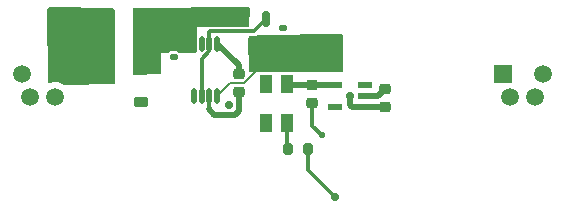
<source format=gbr>
%TF.GenerationSoftware,KiCad,Pcbnew,8.0.4*%
%TF.CreationDate,2025-04-09T21:22:43-04:00*%
%TF.ProjectId,accessory_peripheral,61636365-7373-46f7-9279-5f7065726970,rev?*%
%TF.SameCoordinates,Original*%
%TF.FileFunction,Copper,L1,Top*%
%TF.FilePolarity,Positive*%
%FSLAX46Y46*%
G04 Gerber Fmt 4.6, Leading zero omitted, Abs format (unit mm)*
G04 Created by KiCad (PCBNEW 8.0.4) date 2025-04-09 21:22:43*
%MOMM*%
%LPD*%
G01*
G04 APERTURE LIST*
G04 Aperture macros list*
%AMRoundRect*
0 Rectangle with rounded corners*
0 $1 Rounding radius*
0 $2 $3 $4 $5 $6 $7 $8 $9 X,Y pos of 4 corners*
0 Add a 4 corners polygon primitive as box body*
4,1,4,$2,$3,$4,$5,$6,$7,$8,$9,$2,$3,0*
0 Add four circle primitives for the rounded corners*
1,1,$1+$1,$2,$3*
1,1,$1+$1,$4,$5*
1,1,$1+$1,$6,$7*
1,1,$1+$1,$8,$9*
0 Add four rect primitives between the rounded corners*
20,1,$1+$1,$2,$3,$4,$5,0*
20,1,$1+$1,$4,$5,$6,$7,0*
20,1,$1+$1,$6,$7,$8,$9,0*
20,1,$1+$1,$8,$9,$2,$3,0*%
G04 Aperture macros list end*
%TA.AperFunction,SMDPad,CuDef*%
%ADD10R,1.000000X1.600000*%
%TD*%
%TA.AperFunction,SMDPad,CuDef*%
%ADD11RoundRect,0.225000X-0.250000X0.225000X-0.250000X-0.225000X0.250000X-0.225000X0.250000X0.225000X0*%
%TD*%
%TA.AperFunction,SMDPad,CuDef*%
%ADD12R,1.200000X0.600000*%
%TD*%
%TA.AperFunction,SMDPad,CuDef*%
%ADD13R,1.000000X1.500000*%
%TD*%
%TA.AperFunction,SMDPad,CuDef*%
%ADD14O,0.449999X1.350000*%
%TD*%
%TA.AperFunction,ComponentPad*%
%ADD15C,1.500000*%
%TD*%
%TA.AperFunction,SMDPad,CuDef*%
%ADD16RoundRect,0.150000X-0.150000X0.512500X-0.150000X-0.512500X0.150000X-0.512500X0.150000X0.512500X0*%
%TD*%
%TA.AperFunction,SMDPad,CuDef*%
%ADD17RoundRect,0.225000X-0.375000X0.225000X-0.375000X-0.225000X0.375000X-0.225000X0.375000X0.225000X0*%
%TD*%
%TA.AperFunction,SMDPad,CuDef*%
%ADD18RoundRect,0.140000X0.170000X-0.140000X0.170000X0.140000X-0.170000X0.140000X-0.170000X-0.140000X0*%
%TD*%
%TA.AperFunction,SMDPad,CuDef*%
%ADD19RoundRect,0.225000X0.250000X-0.225000X0.250000X0.225000X-0.250000X0.225000X-0.250000X-0.225000X0*%
%TD*%
%TA.AperFunction,SMDPad,CuDef*%
%ADD20RoundRect,0.200000X0.200000X0.275000X-0.200000X0.275000X-0.200000X-0.275000X0.200000X-0.275000X0*%
%TD*%
%TA.AperFunction,ComponentPad*%
%ADD21R,1.500000X1.500000*%
%TD*%
%TA.AperFunction,SMDPad,CuDef*%
%ADD22RoundRect,0.140000X-0.170000X0.140000X-0.170000X-0.140000X0.170000X-0.140000X0.170000X0.140000X0*%
%TD*%
%TA.AperFunction,ViaPad*%
%ADD23C,0.550000*%
%TD*%
%TA.AperFunction,ViaPad*%
%ADD24C,0.700000*%
%TD*%
%TA.AperFunction,ViaPad*%
%ADD25C,0.450000*%
%TD*%
%TA.AperFunction,Conductor*%
%ADD26C,0.500000*%
%TD*%
%TA.AperFunction,Conductor*%
%ADD27C,0.300000*%
%TD*%
%TA.AperFunction,Conductor*%
%ADD28C,0.200000*%
%TD*%
G04 APERTURE END LIST*
D10*
%TO.P,F1,1,1*%
%TO.N,Net-(F1-Pad1)*%
X133535100Y-98438435D03*
%TO.P,F1,2,2*%
%TO.N,Net-(D2-K)*%
X136535100Y-98438435D03*
%TD*%
D11*
%TO.P,C5,1*%
%TO.N,GND*%
X157135100Y-103488435D03*
%TO.P,C5,2*%
%TO.N,/3V3*%
X157135100Y-105038435D03*
%TD*%
D12*
%TO.P,IC1,1,SW*%
%TO.N,/3V3*%
X155465100Y-105008435D03*
%TO.P,IC1,2,GND*%
%TO.N,GND*%
X155465100Y-104058435D03*
%TO.P,IC1,3,NC_1*%
%TO.N,unconnected-(IC1-NC_1-Pad3)*%
X155465100Y-103108435D03*
%TO.P,IC1,4,VOUT*%
%TO.N,5v cp*%
X152965100Y-103108435D03*
%TO.P,IC1,5,NC_2*%
%TO.N,unconnected-(IC1-NC_2-Pad5)*%
X152965100Y-105008435D03*
%TD*%
D13*
%TO.P,D3,1,GND*%
%TO.N,GND*%
X147085100Y-106338435D03*
%TO.P,D3,2,DIN*%
%TO.N,Net-(D3-DIN)*%
X148885100Y-106338435D03*
%TO.P,D3,3,VDD*%
%TO.N,5v cp*%
X148885100Y-103038435D03*
%TO.P,D3,4,DOUT*%
%TO.N,unconnected-(D3-DOUT-Pad4)*%
X147085100Y-103038435D03*
%TD*%
D14*
%TO.P,U1,1,VCAPL*%
%TO.N,Net-(U1-VCAPL)*%
X142935101Y-99638434D03*
%TO.P,U1,2,GATE_PULL_DOWN*%
%TO.N,gate*%
X142285100Y-99638434D03*
%TO.P,U1,3,NC*%
%TO.N,unconnected-(U1-NC-Pad3)*%
X141635101Y-99638434D03*
%TO.P,U1,4,ANODE*%
%TO.N,Net-(D2-K)*%
X140985100Y-99638434D03*
%TO.P,U1,5,NC*%
%TO.N,unconnected-(U1-NC-Pad5)*%
X140985100Y-104088435D03*
%TO.P,U1,6,GATE_DRIVE*%
%TO.N,gate*%
X141635101Y-104088435D03*
%TO.P,U1,7,VCAPH*%
%TO.N,Net-(U1-VCAPH)*%
X142285100Y-104088435D03*
%TO.P,U1,8,CATHODE*%
%TO.N,/5V_USB*%
X142935101Y-104088435D03*
%TD*%
D15*
%TO.P,J1,1,1*%
%TO.N,Net-(F1-Pad1)*%
X129853900Y-102183035D03*
%TO.P,J1,2,2*%
%TO.N,/USB_D_N*%
X129228900Y-104133035D03*
%TO.P,J1,3,3*%
%TO.N,GND*%
X126453900Y-102183035D03*
%TO.P,J1,4,4*%
%TO.N,/USB_D_P*%
X127078900Y-104133035D03*
%TD*%
D16*
%TO.P,Q1,1,G*%
%TO.N,gate*%
X147115100Y-97560935D03*
%TO.P,Q1,2,S*%
%TO.N,Net-(D2-K)*%
X145215100Y-97560935D03*
%TO.P,Q1,3,D*%
%TO.N,/5V_USB*%
X146165100Y-99835935D03*
%TD*%
D17*
%TO.P,D2,1,K*%
%TO.N,Net-(D2-K)*%
X136535100Y-101288435D03*
%TO.P,D2,2,A*%
%TO.N,GND*%
X136535100Y-104588435D03*
%TD*%
D18*
%TO.P,C3,1*%
%TO.N,/5V_USB*%
X148555100Y-99258435D03*
%TO.P,C3,2*%
%TO.N,GND*%
X148555100Y-98298435D03*
%TD*%
D19*
%TO.P,C1,1*%
%TO.N,Net-(U1-VCAPH)*%
X144765100Y-103773435D03*
%TO.P,C1,2*%
%TO.N,Net-(U1-VCAPL)*%
X144765100Y-102223435D03*
%TD*%
D20*
%TO.P,R1,1,1*%
%TO.N,/LED_control*%
X150630100Y-108568435D03*
%TO.P,R1,2,2*%
%TO.N,Net-(D3-DIN)*%
X148980100Y-108568435D03*
%TD*%
D11*
%TO.P,C4,1*%
%TO.N,5v cp*%
X150975100Y-103103435D03*
%TO.P,C4,2*%
%TO.N,GND*%
X150975100Y-104653435D03*
%TD*%
D21*
%TO.P,J2,1,1*%
%TO.N,/RX_P*%
X167122900Y-102183035D03*
D15*
%TO.P,J2,2,2*%
%TO.N,/RX_N*%
X167747900Y-104133035D03*
%TO.P,J2,3,3*%
%TO.N,/TX_P*%
X170522900Y-102183035D03*
%TO.P,J2,4,4*%
%TO.N,/TX_N*%
X169897900Y-104133035D03*
%TD*%
D22*
%TO.P,C2,1*%
%TO.N,Net-(D2-K)*%
X139255100Y-99798435D03*
%TO.P,C2,2*%
%TO.N,GND*%
X139255100Y-100758435D03*
%TD*%
D23*
%TO.N,GND*%
X136535100Y-104588435D03*
X139245100Y-100758435D03*
%TO.N,/5V_USB*%
X149415100Y-101728435D03*
X149405100Y-100448435D03*
X149395100Y-99178435D03*
X150665100Y-99208435D03*
X150675100Y-100518435D03*
X150645100Y-101758435D03*
X151855100Y-101748435D03*
X153055100Y-101728435D03*
X151865100Y-100478435D03*
X153105100Y-100528435D03*
X151865100Y-99268435D03*
X153115100Y-99268435D03*
%TO.N,GND*%
X148525100Y-98298435D03*
X151805100Y-107418435D03*
D24*
X147105100Y-106388435D03*
%TO.N,/LED_control*%
X152945100Y-112622435D03*
%TO.N,GND*%
X143970100Y-104847435D03*
%TO.N,/3V3*%
X154215100Y-104058435D03*
D25*
%TO.N,GND*%
X155475100Y-104058435D03*
%TD*%
D26*
%TO.N,GND*%
X156565100Y-104058435D02*
X157135100Y-103488435D01*
X155465100Y-104058435D02*
X156565100Y-104058435D01*
%TO.N,/3V3*%
X157105100Y-105008435D02*
X157135100Y-105038435D01*
X155465100Y-105008435D02*
X157105100Y-105008435D01*
D27*
%TO.N,GND*%
X139255100Y-100758435D02*
X139245100Y-100758435D01*
X150975100Y-106588435D02*
X150975100Y-104653435D01*
X151805100Y-107418435D02*
X150975100Y-106588435D01*
X148555100Y-98298435D02*
X148525100Y-98298435D01*
X147085100Y-106368435D02*
X147105100Y-106388435D01*
X147085100Y-106338435D02*
X147085100Y-106368435D01*
%TO.N,/LED_control*%
X150630100Y-110307435D02*
X152945100Y-112622435D01*
X150630100Y-108568435D02*
X150630100Y-110307435D01*
%TO.N,Net-(D3-DIN)*%
X148885100Y-108473435D02*
X148980100Y-108568435D01*
X148885100Y-106338435D02*
X148885100Y-108473435D01*
D28*
%TO.N,/5V_USB*%
X146165100Y-102047131D02*
X146165100Y-99835935D01*
X145238796Y-102973435D02*
X146165100Y-102047131D01*
X144050101Y-102973435D02*
X145238796Y-102973435D01*
X142935101Y-104088435D02*
X144050101Y-102973435D01*
D27*
%TO.N,gate*%
X142335100Y-98613434D02*
X146062601Y-98613434D01*
X146062601Y-98613434D02*
X147115100Y-97560935D01*
X142285100Y-98663434D02*
X142335100Y-98613434D01*
X142285100Y-99638434D02*
X142285100Y-98663434D01*
X142285100Y-100251608D02*
X142285100Y-99638434D01*
X141635101Y-100901607D02*
X142285100Y-100251608D01*
X141635101Y-104088435D02*
X141635101Y-100901607D01*
%TO.N,Net-(U1-VCAPH)*%
X142265100Y-105218435D02*
X142285100Y-105198435D01*
D26*
X142705100Y-105658435D02*
X142265100Y-105218435D01*
X144465100Y-105658435D02*
X142705100Y-105658435D01*
X144770100Y-105353435D02*
X144465100Y-105658435D01*
D27*
X142285100Y-105198435D02*
X142285100Y-104088435D01*
D26*
X144770100Y-103778435D02*
X144770100Y-105353435D01*
X144765100Y-103773435D02*
X144770100Y-103778435D01*
%TO.N,Net-(U1-VCAPL)*%
X144765100Y-101443434D02*
X142960100Y-99638434D01*
X144765100Y-102223435D02*
X144765100Y-101443434D01*
%TO.N,/3V3*%
X154215100Y-104858435D02*
X154215100Y-104058435D01*
X154365100Y-105008435D02*
X154215100Y-104858435D01*
X155465100Y-105008435D02*
X154365100Y-105008435D01*
%TO.N,GND*%
X155465100Y-104058435D02*
X155475100Y-104058435D01*
%TO.N,5v cp*%
X152860100Y-103103435D02*
X150975100Y-103103435D01*
X148950100Y-103103435D02*
X148885100Y-103038435D01*
X150975100Y-103103435D02*
X148950100Y-103103435D01*
%TD*%
%TA.AperFunction,Conductor*%
%TO.N,Net-(D2-K)*%
G36*
X145655031Y-96578604D02*
G01*
X145701210Y-96631038D01*
X145712814Y-96685683D01*
X145687272Y-98107478D01*
X145666386Y-98174153D01*
X145612769Y-98218952D01*
X145564126Y-98229248D01*
X141225101Y-98258434D01*
X141225100Y-98258434D01*
X141217417Y-99088048D01*
X141213199Y-99118986D01*
X141209602Y-99132410D01*
X141209602Y-99931611D01*
X141209597Y-99932759D01*
X141206228Y-100296610D01*
X141185923Y-100363464D01*
X141132698Y-100408728D01*
X141083275Y-100419458D01*
X139771098Y-100430485D01*
X139703895Y-100411364D01*
X139682375Y-100394170D01*
X139623416Y-100335211D01*
X139540636Y-100296610D01*
X139514587Y-100284463D01*
X139514585Y-100284462D01*
X139514586Y-100284462D01*
X139465001Y-100277935D01*
X139045205Y-100277935D01*
X139029486Y-100280004D01*
X138995613Y-100284463D01*
X138995611Y-100284464D01*
X138995609Y-100284464D01*
X138886783Y-100335211D01*
X138819095Y-100402898D01*
X138757771Y-100436383D01*
X138732457Y-100439212D01*
X138230099Y-100443434D01*
X138234757Y-102069051D01*
X138215265Y-102136146D01*
X138162592Y-102182052D01*
X138115815Y-102193303D01*
X135914157Y-102283167D01*
X135846371Y-102266233D01*
X135798500Y-102215339D01*
X135785100Y-102159270D01*
X135785100Y-96761440D01*
X135804785Y-96694401D01*
X135857589Y-96648646D01*
X135908100Y-96637444D01*
X145587836Y-96559460D01*
X145655031Y-96578604D01*
G37*
%TD.AperFunction*%
%TD*%
%TA.AperFunction,Conductor*%
%TO.N,Net-(F1-Pad1)*%
G36*
X134143635Y-96666510D02*
G01*
X134210353Y-96687254D01*
X134255265Y-96740776D01*
X134265668Y-96789914D01*
X134294524Y-102955377D01*
X134275153Y-103022508D01*
X134222564Y-103068509D01*
X134172050Y-103079948D01*
X130018724Y-103131043D01*
X129951448Y-103112184D01*
X129946076Y-103108627D01*
X129856543Y-103045935D01*
X129856539Y-103045933D01*
X129806304Y-103022508D01*
X129658230Y-102953460D01*
X129658226Y-102953459D01*
X129658222Y-102953457D01*
X129446877Y-102896828D01*
X129228902Y-102877758D01*
X129228898Y-102877758D01*
X129083582Y-102890471D01*
X129010923Y-102896828D01*
X129010920Y-102896828D01*
X128799577Y-102953457D01*
X128799568Y-102953461D01*
X128780593Y-102962309D01*
X128711516Y-102972800D01*
X128647732Y-102944279D01*
X128609493Y-102885802D01*
X128604192Y-102850312D01*
X128585484Y-96704795D01*
X128604964Y-96637699D01*
X128657628Y-96591784D01*
X128711448Y-96580437D01*
X134143635Y-96666510D01*
G37*
%TD.AperFunction*%
%TD*%
%TA.AperFunction,Conductor*%
%TO.N,/5V_USB*%
G36*
X153535799Y-98828786D02*
G01*
X153582144Y-98881073D01*
X153593931Y-98934993D01*
X153566231Y-101935889D01*
X153545928Y-102002743D01*
X153492704Y-102048009D01*
X153442550Y-102058744D01*
X149544909Y-102068599D01*
X149495346Y-102054182D01*
X149494120Y-102057142D01*
X149482835Y-102052467D01*
X149409777Y-102037935D01*
X149409774Y-102037935D01*
X148360426Y-102037935D01*
X148360424Y-102037935D01*
X148287361Y-102052468D01*
X148276078Y-102057142D01*
X148275383Y-102055466D01*
X148222791Y-102071927D01*
X148220908Y-102071946D01*
X147751696Y-102073133D01*
X147694403Y-102056467D01*
X147694124Y-102057142D01*
X147687996Y-102054603D01*
X147684607Y-102053618D01*
X147682859Y-102052476D01*
X147682840Y-102052468D01*
X147609777Y-102037935D01*
X147609774Y-102037935D01*
X146560426Y-102037935D01*
X146560424Y-102037935D01*
X146487359Y-102052468D01*
X146487358Y-102052468D01*
X146482641Y-102055621D01*
X146415963Y-102076495D01*
X146414070Y-102076515D01*
X145776707Y-102078127D01*
X145709618Y-102058612D01*
X145663729Y-102005924D01*
X145652423Y-101956859D01*
X145590432Y-99140662D01*
X145608636Y-99073206D01*
X145660421Y-99026301D01*
X145714402Y-99013934D01*
X146115326Y-99013934D01*
X146115328Y-99013934D01*
X146217189Y-98986641D01*
X146308514Y-98933914D01*
X146316872Y-98925555D01*
X146378192Y-98892070D01*
X146403158Y-98889243D01*
X153468546Y-98809856D01*
X153535799Y-98828786D01*
G37*
%TD.AperFunction*%
%TD*%
M02*

</source>
